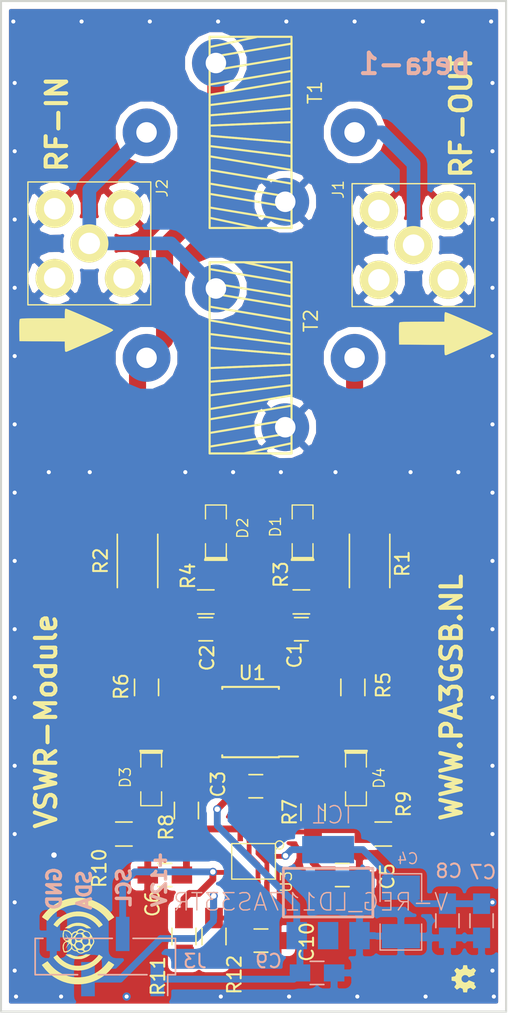
<source format=kicad_pcb>
(kicad_pcb (version 20241229) (generator "pcbnew") (generator_version "9.0")
  (layers (0 "F.Cu" signal) (2 "B.Cu" signal) (13 "F.Paste" user) (15 "B.Paste" user) (5 "F.SilkS" user) (7 "B.SilkS" user) (1 "F.Mask" user) (3 "B.Mask" user) (25 "Edge.Cuts" user))
  (net 0 "")
  (net 1 "Net-(C1-Pad1)")
  (net 2 "GND")
  (net 3 "Net-(C2-Pad2)")
  (net 4 "+12V")
  (net 5 "+3V3")
  (net 6 "Net-(C5-Pad1)")
  (net 7 "Net-(C6-Pad2)")
  (net 8 "Net-(D1-Pad1)")
  (net 9 "Net-(D2-Pad1)")
  (net 10 "Net-(D3-Pad1)")
  (net 11 "Net-(D3-Pad2)")
  (net 12 "Net-(D4-Pad1)")
  (net 13 "Net-(D4-Pad2)")
  (net 14 "Net-(J1-Pad1)")
  (net 15 "Net-(J2-Pad1)")
  (net 16 "SDA")
  (net 17 "SCL")
  (footprint "Capacitors_SMD:C_0805_HandSoldering" (layer "F.Cu") (at 130.72 89.72 180)
    (property "Reference" "C1" (at 0.5 -1.9 270) (layer "F.SilkS"))
    (property "Value" "100nF")
    (pad "1" smd rect (at -1.25 0 180) (size 1.5 1.25) (layers "F.Cu" "F.Mask" "F.Paste") (net 1 "Net-(C1-Pad1)"))
    (pad "2" smd rect (at 1.25 0 180) (size 1.5 1.25) (layers "F.Cu" "F.Mask" "F.Paste") (net 2 "GND"))
  )
  (footprint "Capacitors_SMD:C_0805_HandSoldering" (layer "F.Cu") (at 123.72 89.72 180)
    (property "Reference" "C2" (at -0.1 -2.1 270) (layer "F.SilkS"))
    (property "Value" "100nF")
    (pad "1" smd rect (at -1.25 0 180) (size 1.5 1.25) (layers "F.Cu" "F.Mask" "F.Paste") (net 2 "GND"))
    (pad "2" smd rect (at 1.25 0 180) (size 1.5 1.25) (layers "F.Cu" "F.Mask" "F.Paste") (net 3 "Net-(C2-Pad2)"))
  )
  (footprint "Capacitors_SMD:C_0805_HandSoldering" (layer "F.Cu") (at 127.381 101.219 180)
    (property "Reference" "C3" (at 2.761 0.149 270) (layer "F.SilkS"))
    (property "Value" "100nF")
    (pad "1" smd rect (at -1.25 0 180) (size 1.5 1.25) (layers "F.Cu" "F.Mask" "F.Paste") (net 2 "GND"))
    (pad "2" smd rect (at 1.25 0 180) (size 1.5 1.25) (layers "F.Cu" "F.Mask" "F.Paste") (net 4 "+12V"))
  )
  (footprint "Capacitors_SMD:C_0805_HandSoldering" (layer "F.Cu") (at 133.72 107.72)
    (property "Reference" "C5" (at 3.3 0.1 90) (layer "F.SilkS"))
    (property "Value" "10nF")
    (pad "1" smd rect (at -1.25 0) (size 1.5 1.25) (layers "F.Cu" "F.Mask" "F.Paste") (net 6 "Net-(C5-Pad1)"))
    (pad "2" smd rect (at 1.25 0) (size 1.5 1.25) (layers "F.Cu" "F.Mask" "F.Paste") (net 2 "GND"))
  )
  (footprint "Capacitors_SMD:C_0805_HandSoldering" (layer "F.Cu") (at 120.72 107.72)
    (property "Reference" "C6" (at -0.9 2.1 90) (layer "F.SilkS"))
    (property "Value" "10nF")
    (pad "1" smd rect (at -1.25 0) (size 1.5 1.25) (layers "F.Cu" "F.Mask" "F.Paste") (net 2 "GND"))
    (pad "2" smd rect (at 1.25 0) (size 1.5 1.25) (layers "F.Cu" "F.Mask" "F.Paste") (net 7 "Net-(C6-Pad2)"))
  )
  (footprint "Capacitors_SMD:C_0805_HandSoldering" (layer "F.Cu") (at 127.762 112.522 180)
    (property "Reference" "C10" (at -3.358 -0.098 270) (layer "F.SilkS"))
    (property "Value" "100nF")
    (pad "1" smd rect (at -1.25 0 180) (size 1.5 1.25) (layers "F.Cu" "F.Mask" "F.Paste") (net 2 "GND"))
    (pad "2" smd rect (at 1.25 0 180) (size 1.5 1.25) (layers "F.Cu" "F.Mask" "F.Paste") (net 5 "+3V3"))
  )
  (footprint "HERMESLITE:1N5711WS" (layer "F.Cu") (at 130.81 82.55 -90)
    (property "Reference" "D1" (at -0.33 1.99 270) (layer "F.SilkS") (effects (font (size 0.8 0.8) (thickness 0.1))))
    (property "Value" "1N5711W-7-F" (hide yes))
    (pad "1" smd rect (at -1.2 0 270) (size 1.35 1.397) (layers "F.Cu" "F.Mask" "F.Paste") (net 8 "Net-(D1-Pad1)"))
    (pad "2" smd rect (at 1.2 0 270) (size 1.35 1.397) (layers "F.Cu" "F.Mask" "F.Paste") (net 1 "Net-(C1-Pad1)"))
  )
  (footprint "HERMESLITE:1N5711WS" (layer "F.Cu") (at 124.46 82.55 -90)
    (property "Reference" "D2" (at -0.23 -1.96 270) (layer "F.SilkS") (effects (font (size 0.8 0.8) (thickness 0.1))))
    (property "Value" "1N5711W-7-F" (hide yes))
    (pad "1" smd rect (at -1.2 0 270) (size 1.35 1.397) (layers "F.Cu" "F.Mask" "F.Paste") (net 9 "Net-(D2-Pad1)"))
    (pad "2" smd rect (at 1.2 0 270) (size 1.35 1.397) (layers "F.Cu" "F.Mask" "F.Paste") (net 3 "Net-(C2-Pad2)"))
  )
  (footprint "HERMESLITE:1N5711WS" (layer "F.Cu") (at 119.72 100.72 90)
    (property "Reference" "D3" (at 0.15 -1.9 90) (layer "F.SilkS") (effects (font (size 0.8 0.8) (thickness 0.1))))
    (property "Value" "1N5711W-7-F" (hide yes))
    (pad "1" smd rect (at -1.2 0 90) (size 1.35 1.397) (layers "F.Cu" "F.Mask" "F.Paste") (net 10 "Net-(D3-Pad1)"))
    (pad "2" smd rect (at 1.2 0 90) (size 1.35 1.397) (layers "F.Cu" "F.Mask" "F.Paste") (net 11 "Net-(D3-Pad2)"))
  )
  (footprint "HERMESLITE:1N5711WS" (layer "F.Cu") (at 134.72 100.72 90)
    (property "Reference" "D4" (at 0.1 1.7 90) (layer "F.SilkS") (effects (font (size 0.8 0.8) (thickness 0.1))))
    (property "Value" "1N5711W-7-F" (hide yes))
    (pad "1" smd rect (at -1.2 0 90) (size 1.35 1.397) (layers "F.Cu" "F.Mask" "F.Paste") (net 12 "Net-(D4-Pad1)"))
    (pad "2" smd rect (at 1.2 0 90) (size 1.35 1.397) (layers "F.Cu" "F.Mask" "F.Paste") (net 13 "Net-(D4-Pad2)"))
  )
  (footprint "HERMESLITE:SMAVERT" (layer "F.Cu") (at 138.938 61.595)
    (property "Reference" "J1" (at -5.518 -4.075 90) (layer "F.SilkS") (effects (font (size 0.8 0.8) (thickness 0.1))))
    (property "Value" "CONN_COAXIAL")
    (pad "1" thru_hole circle (at 0 0) (size 2.8 2.8) (drill 1.57) (layers "*.Cu" "*.Mask" "F.SilkS") (net 14 "Net-(J1-Pad1)"))
    (pad "2" thru_hole circle (at -2.54 -2.54) (size 2.8 2.8) (drill 1.57) (layers "*.Cu" "*.Mask" "F.SilkS") (net 2 "GND"))
    (pad "2" thru_hole circle (at -2.54 2.54) (size 2.8 2.8) (drill 1.57) (layers "*.Cu" "*.Mask" "F.SilkS") (net 2 "GND"))
    (pad "2" thru_hole circle (at 2.54 -2.54) (size 2.8 2.8) (drill 1.57) (layers "*.Cu" "*.Mask" "F.SilkS") (net 2 "GND"))
    (pad "2" thru_hole circle (at 2.54 2.54) (size 2.8 2.8) (drill 1.57) (layers "*.Cu" "*.Mask" "F.SilkS") (net 2 "GND"))
  )
  (footprint "HERMESLITE:SMAVERT" (layer "F.Cu") (at 115.189 61.468 -90)
    (property "Reference" "J2" (at -4.048 -5.331 90) (layer "F.SilkS") (effects (font (size 0.8 0.8) (thickness 0.1))))
    (property "Value" "CONN_COAXIAL")
    (pad "1" thru_hole circle (at 0 0 270) (size 2.8 2.8) (drill 1.57) (layers "*.Cu" "*.Mask" "F.SilkS") (net 15 "Net-(J2-Pad1)"))
    (pad "2" thru_hole circle (at -2.54 -2.54 270) (size 2.8 2.8) (drill 1.57) (layers "*.Cu" "*.Mask" "F.SilkS") (net 2 "GND"))
    (pad "2" thru_hole circle (at -2.54 2.54 270) (size 2.8 2.8) (drill 1.57) (layers "*.Cu" "*.Mask" "F.SilkS") (net 2 "GND"))
    (pad "2" thru_hole circle (at 2.54 -2.54 270) (size 2.8 2.8) (drill 1.57) (layers "*.Cu" "*.Mask" "F.SilkS") (net 2 "GND"))
    (pad "2" thru_hole circle (at 2.54 2.54 270) (size 2.8 2.8) (drill 1.57) (layers "*.Cu" "*.Mask" "F.SilkS") (net 2 "GND"))
  )
  (footprint "Resistors_SMD:R_2010_HandSoldering" (layer "F.Cu") (at 135.72 84.72 90)
    (property "Reference" "R1" (at -0.2 2.4 90) (layer "F.SilkS"))
    (property "Value" "51.1")
    (pad "1" smd rect (at -3.15 0 90) (size 2.4 2.5) (layers "F.Cu" "F.Mask" "F.Paste") (net 2 "GND"))
    (pad "2" smd rect (at 3.15 0 90) (size 2.4 2.5) (layers "F.Cu" "F.Mask" "F.Paste") (net 8 "Net-(D1-Pad1)"))
  )
  (footprint "Resistors_SMD:R_2010_HandSoldering" (layer "F.Cu") (at 118.72 84.72 -90)
    (property "Reference" "R2" (at 0 2.7 90) (layer "F.SilkS"))
    (property "Value" "51.1")
    (pad "1" smd rect (at -3.15 0 270) (size 2.4 2.5) (layers "F.Cu" "F.Mask" "F.Paste") (net 9 "Net-(D2-Pad1)"))
    (pad "2" smd rect (at 3.15 0 270) (size 2.4 2.5) (layers "F.Cu" "F.Mask" "F.Paste") (net 2 "GND"))
  )
  (footprint "Resistors_SMD:R_0805_HandSoldering" (layer "F.Cu") (at 130.72 87.72 180)
    (property "Reference" "R3" (at 1.5 2 270) (layer "F.SilkS"))
    (property "Value" "100K")
    (pad "1" smd rect (at -1.35 0 180) (size 1.5 1.3) (layers "F.Cu" "F.Mask" "F.Paste") (net 1 "Net-(C1-Pad1)"))
    (pad "2" smd rect (at 1.35 0 180) (size 1.5 1.3) (layers "F.Cu" "F.Mask" "F.Paste") (net 2 "GND"))
  )
  (footprint "Resistors_SMD:R_0805_HandSoldering" (layer "F.Cu") (at 123.72 87.72 180)
    (property "Reference" "R4" (at 1.3 1.9 270) (layer "F.SilkS"))
    (property "Value" "100K")
    (pad "1" smd rect (at -1.35 0 180) (size 1.5 1.3) (layers "F.Cu" "F.Mask" "F.Paste") (net 2 "GND"))
    (pad "2" smd rect (at 1.35 0 180) (size 1.5 1.3) (layers "F.Cu" "F.Mask" "F.Paste") (net 3 "Net-(C2-Pad2)"))
  )
  (footprint "Resistors_SMD:R_0805_HandSoldering" (layer "F.Cu") (at 134.493 93.98 -90)
    (property "Reference" "R5" (at -0.16 -2.227 270) (layer "F.SilkS"))
    (property "Value" "220K")
    (pad "1" smd rect (at -1.35 0 270) (size 1.5 1.3) (layers "F.Cu" "F.Mask" "F.Paste") (net 2 "GND"))
    (pad "2" smd rect (at 1.35 0 270) (size 1.5 1.3) (layers "F.Cu" "F.Mask" "F.Paste") (net 13 "Net-(D4-Pad2)"))
  )
  (footprint "Resistors_SMD:R_0805_HandSoldering" (layer "F.Cu") (at 119.38 93.98 -90)
    (property "Reference" "R6" (at -0.06 1.86 270) (layer "F.SilkS"))
    (property "Value" "220K")
    (pad "1" smd rect (at -1.35 0 270) (size 1.5 1.3) (layers "F.Cu" "F.Mask" "F.Paste") (net 2 "GND"))
    (pad "2" smd rect (at 1.35 0 270) (size 1.5 1.3) (layers "F.Cu" "F.Mask" "F.Paste") (net 11 "Net-(D3-Pad2)"))
  )
  (footprint "Resistors_SMD:R_0805_HandSoldering" (layer "F.Cu") (at 131.572 103.124 90)
    (property "Reference" "R7" (at 0 -1.7 90) (layer "F.SilkS"))
    (property "Value" "1K")
    (pad "1" smd rect (at -1.35 0 90) (size 1.5 1.3) (layers "F.Cu" "F.Mask" "F.Paste") (net 6 "Net-(C5-Pad1)"))
    (pad "2" smd rect (at 1.35 0 90) (size 1.5 1.3) (layers "F.Cu" "F.Mask" "F.Paste") (net 12 "Net-(D4-Pad1)"))
  )
  (footprint "Resistors_SMD:R_0805_HandSoldering" (layer "F.Cu") (at 122.301 102.997 90)
    (property "Reference" "R8" (at -1.223 -1.481 90) (layer "F.SilkS"))
    (property "Value" "1K")
    (pad "1" smd rect (at -1.35 0 90) (size 1.5 1.3) (layers "F.Cu" "F.Mask" "F.Paste") (net 7 "Net-(C6-Pad2)"))
    (pad "2" smd rect (at 1.35 0 90) (size 1.5 1.3) (layers "F.Cu" "F.Mask" "F.Paste") (net 10 "Net-(D3-Pad1)"))
  )
  (footprint "Resistors_SMD:R_0805_HandSoldering" (layer "F.Cu") (at 136.72 104.72)
    (property "Reference" "R9" (at 1.5 -2.2 90) (layer "F.SilkS"))
    (property "Value" "1K8")
    (pad "1" smd rect (at -1.35 0) (size 1.5 1.3) (layers "F.Cu" "F.Mask" "F.Paste") (net 6 "Net-(C5-Pad1)"))
    (pad "2" smd rect (at 1.35 0) (size 1.5 1.3) (layers "F.Cu" "F.Mask" "F.Paste") (net 2 "GND"))
  )
  (footprint "Resistors_SMD:R_0805_HandSoldering" (layer "F.Cu") (at 117.72 104.72)
    (property "Reference" "R10" (at -1.8 2.5 90) (layer "F.SilkS"))
    (property "Value" "1K8")
    (pad "1" smd rect (at -1.35 0) (size 1.5 1.3) (layers "F.Cu" "F.Mask" "F.Paste") (net 2 "GND"))
    (pad "2" smd rect (at 1.35 0) (size 1.5 1.3) (layers "F.Cu" "F.Mask" "F.Paste") (net 7 "Net-(C6-Pad2)"))
  )
  (footprint "Resistors_SMD:R_0805_HandSoldering" (layer "F.Cu") (at 122.12 112.22 90)
    (property "Reference" "R11" (at -2.9 -1.9 90) (layer "F.SilkS"))
    (property "Value" "4K7")
    (pad "1" smd rect (at -1.35 0 90) (size 1.5 1.3) (layers "F.Cu" "F.Mask" "F.Paste") (net 5 "+3V3"))
    (pad "2" smd rect (at 1.35 0 90) (size 1.5 1.3) (layers "F.Cu" "F.Mask" "F.Paste") (net 17 "SCL"))
  )
  (footprint "Resistors_SMD:R_0805_HandSoldering" (layer "F.Cu") (at 124.32 112.22 90)
    (property "Reference" "R12" (at -2.8 1.5 90) (layer "F.SilkS"))
    (property "Value" "4K7")
    (pad "1" smd rect (at -1.35 0 90) (size 1.5 1.3) (layers "F.Cu" "F.Mask" "F.Paste") (net 5 "+3V3"))
    (pad "2" smd rect (at 1.35 0 90) (size 1.5 1.3) (layers "F.Cu" "F.Mask" "F.Paste") (net 16 "SDA"))
  )
  (footprint "Housings_SOIC:SOIC-8_3.9x4.9mm_Pitch1.27mm" (layer "F.Cu") (at 127 96.52 180)
    (property "Reference" "U1" (at -0.12 3.6 180) (layer "F.SilkS"))
    (property "Value" "LMC6482")
    (pad "1" smd rect (at -2.7 -1.905 180) (size 1.55 0.6) (layers "F.Cu" "F.Mask" "F.Paste") (net 12 "Net-(D4-Pad1)"))
    (pad "2" smd rect (at -2.7 -0.635 180) (size 1.55 0.6) (layers "F.Cu" "F.Mask" "F.Paste") (net 13 "Net-(D4-Pad2)"))
    (pad "3" smd rect (at -2.7 0.635 180) (size 1.55 0.6) (layers "F.Cu" "F.Mask" "F.Paste") (net 1 "Net-(C1-Pad1)"))
    (pad "4" smd rect (at -2.7 1.905 180) (size 1.55 0.6) (layers "F.Cu" "F.Mask" "F.Paste") (net 2 "GND"))
    (pad "5" smd rect (at 2.7 1.905 180) (size 1.55 0.6) (layers "F.Cu" "F.Mask" "F.Paste") (net 3 "Net-(C2-Pad2)"))
    (pad "6" smd rect (at 2.7 0.635 180) (size 1.55 0.6) (layers "F.Cu" "F.Mask" "F.Paste") (net 11 "Net-(D3-Pad2)"))
    (pad "7" smd rect (at 2.7 -0.635 180) (size 1.55 0.6) (layers "F.Cu" "F.Mask" "F.Paste") (net 10 "Net-(D3-Pad1)"))
    (pad "8" smd rect (at 2.7 -1.905 180) (size 1.55 0.6) (layers "F.Cu" "F.Mask" "F.Paste") (net 4 "+12V"))
  )
  (footprint "HERMESLITE:MAX11613" (layer "F.Cu") (at 127.22 106.72 180)
    (property "Reference" "U3" (at -2.4 -1.5 270) (layer "F.SilkS") (effects (font (size 0.8 0.8) (thickness 0.1))))
    (property "Value" "MAX11613")
    (pad "1" smd rect (at -0.975 2.15 180) (size 0.4 1.35) (layers "F.Cu" "F.Mask" "F.Paste") (net 6 "Net-(C5-Pad1)"))
    (pad "2" smd rect (at -0.325 2.15 180) (size 0.4 1.35) (layers "F.Cu" "F.Mask" "F.Paste") (net 5 "+3V3"))
    (pad "3" smd rect (at 0.325 2.15 180) (size 0.4 1.35) (layers "F.Cu" "F.Mask" "F.Paste") (net 2 "GND"))
    (pad "4" smd rect (at 0.975 2.15 180) (size 0.4 1.35) (layers "F.Cu" "F.Mask" "F.Paste") (net 7 "Net-(C6-Pad2)"))
    (pad "5" smd rect (at 0.975 -2.15 180) (size 0.4 1.35) (layers "F.Cu" "F.Mask" "F.Paste") (net 17 "SCL"))
    (pad "6" smd rect (at 0.325 -2.15 180) (size 0.4 1.35) (layers "F.Cu" "F.Mask" "F.Paste") (net 16 "SDA"))
    (pad "7" smd rect (at -0.325 -2.15 180) (size 0.4 1.35) (layers "F.Cu" "F.Mask" "F.Paste") (net 2 "GND"))
    (pad "8" smd rect (at -0.975 -2.15 180) (size 0.4 1.35) (layers "F.Cu" "F.Mask" "F.Paste") (net 5 "+3V3"))
  )
  (footprint "VSWR:T50-43_V_THT" (layer "F.Cu") (at 127 53.34 90)
    (property "Reference" "T1" (at 2.92 4.72 270) (layer "F.SilkS") (effects (font (thickness 0.125))))
    (property "Value" "FT50-43")
    (pad "1" thru_hole circle (at 0 -7.62 90) (size 3.5 3.5) (drill 1.5) (layers "*.Cu" "*.Mask") (net 15 "Net-(J2-Pad1)"))
    (pad "2" thru_hole circle (at 0 7.62 90) (size 3.5 3.5) (drill 1.5) (layers "*.Cu" "*.Mask") (net 14 "Net-(J1-Pad1)"))
    (pad "3" thru_hole circle (at -5.08 2.54 90) (size 3.5 3.5) (drill 1.5) (layers "*.Cu" "*.Mask") (net 2 "GND"))
    (pad "4" thru_hole circle (at 5.08 -2.54 90) (size 3.5 3.5) (drill 1.5) (layers "*.Cu" "*.Mask") (net 9 "Net-(D2-Pad1)"))
  )
  (footprint "VSWR:T50-43_V_THT" (layer "F.Cu") (at 127 69.85 -90)
    (property "Reference" "T2" (at -2.73 -4.42 90) (layer "F.SilkS") (effects (font (thickness 0.125))))
    (property "Value" "FT50-43")
    (pad "1" thru_hole circle (at 0 -7.62 270) (size 3.5 3.5) (drill 1.5) (layers "*.Cu" "*.Mask") (net 8 "Net-(D1-Pad1)"))
    (pad "2" thru_hole circle (at 0 7.62 270) (size 3.5 3.5) (drill 1.5) (layers "*.Cu" "*.Mask") (net 9 "Net-(D2-Pad1)"))
    (pad "3" thru_hole circle (at -5.08 2.54 270) (size 3.5 3.5) (drill 1.5) (layers "*.Cu" "*.Mask") (net 15 "Net-(J2-Pad1)"))
    (pad "4" thru_hole circle (at 5.08 -2.54 270) (size 3.5 3.5) (drill 1.5) (layers "*.Cu" "*.Mask") (net 2 "GND"))
  )
  (footprint "HERMESLITE:OSHW-logo_silkscreen-front_2mm" (layer "F.Cu") (at 142.62 115.32 90)
    (property "Reference" "G***" (hide yes))
    (property "Value" "OSHW-logo_silkscreen-front_2mm" (hide yes))
  )
  (footprint "mods:rpi-logo" (layer "F.Cu") (at 114.33 112.55 90)
    (property "Reference" "G***" (hide yes))
    (property "Value" "LOGO" (hide yes))
  )
  (footprint "VSWR:VIA-0.6mm" (layer "F.Cu") (at 109.62 45.22)
    (property "Reference" "REF**" (hide yes))
    (property "Value" "VIA-0.6mm" (hide yes))
    (pad "1" thru_hole circle (at 0 0) (size 0.6 0.6) (drill 0.3) (layers "*.Cu") (net 2 "GND"))
  )
  (footprint "VSWR:VIA-0.6mm" (layer "F.Cu") (at 114.62 45.22)
    (property "Reference" "REF**" (hide yes))
    (property "Value" "VIA-0.6mm" (hide yes))
    (pad "1" thru_hole circle (at 0 0) (size 0.6 0.6) (drill 0.3) (layers "*.Cu") (net 2 "GND"))
  )
  (footprint "VSWR:VIA-0.6mm" (layer "F.Cu") (at 119.62 45.22)
    (property "Reference" "REF**" (hide yes))
    (property "Value" "VIA-0.6mm" (hide yes))
    (pad "1" thru_hole circle (at 0 0) (size 0.6 0.6) (drill 0.3) (layers "*.Cu") (net 2 "GND"))
  )
  (footprint "VSWR:VIA-0.6mm" (layer "F.Cu") (at 124.62 45.22)
    (property "Reference" "REF**" (hide yes))
    (property "Value" "VIA-0.6mm" (hide yes))
    (pad "1" thru_hole circle (at 0 0) (size 0.6 0.6) (drill 0.3) (layers "*.Cu") (net 2 "GND"))
  )
  (footprint "VSWR:VIA-0.6mm" (layer "F.Cu") (at 129.62 45.22)
    (property "Reference" "REF**" (hide yes))
    (property "Value" "VIA-0.6mm" (hide yes))
    (pad "1" thru_hole circle (at 0 0) (size 0.6 0.6) (drill 0.3) (layers "*.Cu") (net 2 "GND"))
  )
  (footprint "VSWR:VIA-0.6mm" (layer "F.Cu") (at 134.62 45.22)
    (property "Reference" "REF**" (hide yes))
    (property "Value" "VIA-0.6mm" (hide yes))
    (pad "1" thru_hole circle (at 0 0) (size 0.6 0.6) (drill 0.3) (layers "*.Cu") (net 2 "GND"))
  )
  (footprint "VSWR:VIA-0.6mm" (layer "F.Cu") (at 139.62 45.22)
    (property "Reference" "REF**" (hide yes))
    (property "Value" "VIA-0.6mm" (hide yes))
    (pad "1" thru_hole circle (at 0 0) (size 0.6 0.6) (drill 0.3) (layers "*.Cu") (net 2 "GND"))
  )
  (footprint "VSWR:VIA-0.6mm" (layer "F.Cu") (at 144.62 45.22)
    (property "Reference" "REF**" (hide yes))
    (property "Value" "VIA-0.6mm" (hide yes))
    (pad "1" thru_hole circle (at 0 0) (size 0.6 0.6) (drill 0.3) (layers "*.Cu") (net 2 "GND"))
  )
  (footprint "VSWR:VIA-0.6mm" (layer "F.Cu") (at 109.72 49.72)
    (property "Reference" "REF**" (hide yes))
    (property "Value" "VIA-0.6mm" (hide yes))
    (pad "1" thru_hole circle (at 0 0) (size 0.6 0.6) (drill 0.3) (layers "*.Cu"))
  )
  (footprint "VSWR:VIA-0.6mm" (layer "F.Cu") (at 109.72 54.72)
    (property "Reference" "REF**" (hide yes))
    (property "Value" "VIA-0.6mm" (hide yes))
    (pad "1" thru_hole circle (at 0 0) (size 0.6 0.6) (drill 0.3) (layers "*.Cu"))
  )
  (footprint "VSWR:VIA-0.6mm" (layer "F.Cu") (at 109.72 59.72)
    (property "Reference" "REF**" (hide yes))
    (property "Value" "VIA-0.6mm" (hide yes))
    (pad "1" thru_hole circle (at 0 0) (size 0.6 0.6) (drill 0.3) (layers "*.Cu"))
  )
  (footprint "VSWR:VIA-0.6mm" (layer "F.Cu") (at 109.72 64.72)
    (property "Reference" "REF**" (hide yes))
    (property "Value" "VIA-0.6mm" (hide yes))
    (pad "1" thru_hole circle (at 0 0) (size 0.6 0.6) (drill 0.3) (layers "*.Cu"))
  )
  (footprint "VSWR:VIA-0.6mm" (layer "F.Cu") (at 109.72 69.72)
    (property "Reference" "REF**" (hide yes))
    (property "Value" "VIA-0.6mm" (hide yes))
    (pad "1" thru_hole circle (at 0 0) (size 0.6 0.6) (drill 0.3) (layers "*.Cu"))
  )
  (footprint "VSWR:VIA-0.6mm" (layer "F.Cu") (at 109.72 74.72)
    (property "Reference" "REF**" (hide yes))
    (property "Value" "VIA-0.6mm" (hide yes))
    (pad "1" thru_hole circle (at 0 0) (size 0.6 0.6) (drill 0.3) (layers "*.Cu"))
  )
  (footprint "VSWR:VIA-0.6mm" (layer "F.Cu") (at 109.72 79.72)
    (property "Reference" "REF**" (hide yes))
    (property "Value" "VIA-0.6mm" (hide yes))
    (pad "1" thru_hole circle (at 0 0) (size 0.6 0.6) (drill 0.3) (layers "*.Cu"))
  )
  (footprint "VSWR:VIA-0.6mm" (layer "F.Cu") (at 109.72 84.72)
    (property "Reference" "REF**" (hide yes))
    (property "Value" "VIA-0.6mm" (hide yes))
    (pad "1" thru_hole circle (at 0 0) (size 0.6 0.6) (drill 0.3) (layers "*.Cu"))
  )
  (footprint "VSWR:VIA-0.6mm" (layer "F.Cu") (at 109.72 89.72)
    (property "Reference" "REF**" (hide yes))
    (property "Value" "VIA-0.6mm" (hide yes))
    (pad "1" thru_hole circle (at 0 0) (size 0.6 0.6) (drill 0.3) (layers "*.Cu"))
  )
  (footprint "VSWR:VIA-0.6mm" (layer "F.Cu") (at 109.72 94.72)
    (property "Reference" "REF**" (hide yes))
    (property "Value" "VIA-0.6mm" (hide yes))
    (pad "1" thru_hole circle (at 0 0) (size 0.6 0.6) (drill 0.3) (layers "*.Cu"))
  )
  (footprint "VSWR:VIA-0.6mm" (layer "F.Cu") (at 109.72 99.72)
    (property "Reference" "REF**" (hide yes))
    (property "Value" "VIA-0.6mm" (hide yes))
    (pad "1" thru_hole circle (at 0 0) (size 0.6 0.6) (drill 0.3) (layers "*.Cu"))
  )
  (footprint "VSWR:VIA-0.6mm" (layer "F.Cu") (at 109.72 104.72)
    (property "Reference" "REF**" (hide yes))
    (property "Value" "VIA-0.6mm" (hide yes))
    (pad "1" thru_hole circle (at 0 0) (size 0.6 0.6) (drill 0.3) (layers "*.Cu"))
  )
  (footprint "VSWR:VIA-0.6mm" (layer "F.Cu") (at 109.72 109.72)
    (property "Reference" "REF**" (hide yes))
    (property "Value" "VIA-0.6mm" (hide yes))
    (pad "1" thru_hole circle (at 0 0) (size 0.6 0.6) (drill 0.3) (layers "*.Cu"))
  )
  (footprint "VSWR:VIA-0.6mm" (layer "F.Cu") (at 109.72 114.72)
    (property "Reference" "REF**" (hide yes))
    (property "Value" "VIA-0.6mm" (hide yes))
    (pad "1" thru_hole circle (at 0 0) (size 0.6 0.6) (drill 0.3) (layers "*.Cu"))
  )
  (footprint "VSWR:VIA-0.6mm" (layer "F.Cu") (at 144.72 49.72)
    (property "Reference" "REF**" (hide yes))
    (property "Value" "VIA-0.6mm" (hide yes))
    (pad "1" thru_hole circle (at 0 0) (size 0.6 0.6) (drill 0.3) (layers "*.Cu"))
  )
  (footprint "VSWR:VIA-0.6mm" (layer "F.Cu") (at 144.72 54.72)
    (property "Reference" "REF**" (hide yes))
    (property "Value" "VIA-0.6mm" (hide yes))
    (pad "1" thru_hole circle (at 0 0) (size 0.6 0.6) (drill 0.3) (layers "*.Cu"))
  )
  (footprint "VSWR:VIA-0.6mm" (layer "F.Cu") (at 144.72 59.72)
    (property "Reference" "REF**" (hide yes))
    (property "Value" "VIA-0.6mm" (hide yes))
    (pad "1" thru_hole circle (at 0 0) (size 0.6 0.6) (drill 0.3) (layers "*.Cu"))
  )
  (footprint "VSWR:VIA-0.6mm" (layer "F.Cu") (at 144.72 64.72)
    (property "Reference" "REF**" (hide yes))
    (property "Value" "VIA-0.6mm" (hide yes))
    (pad "1" thru_hole circle (at 0 0) (size 0.6 0.6) (drill 0.3) (layers "*.Cu"))
  )
  (footprint "VSWR:VIA-0.6mm" (layer "F.Cu") (at 144.72 69.72)
    (property "Reference" "REF**" (hide yes))
    (property "Value" "VIA-0.6mm" (hide yes))
    (pad "1" thru_hole circle (at 0 0) (size 0.6 0.6) (drill 0.3) (layers "*.Cu"))
  )
  (footprint "VSWR:VIA-0.6mm" (layer "F.Cu") (at 144.72 74.72)
    (property "Reference" "REF**" (hide yes))
    (property "Value" "VIA-0.6mm" (hide yes))
    (pad "1" thru_hole circle (at 0 0) (size 0.6 0.6) (drill 0.3) (layers "*.Cu"))
  )
  (footprint "VSWR:VIA-0.6mm" (layer "F.Cu") (at 144.72 79.72)
    (property "Reference" "REF**" (hide yes))
    (property "Value" "VIA-0.6mm" (hide yes))
    (pad "1" thru_hole circle (at 0 0) (size 0.6 0.6) (drill 0.3) (layers "*.Cu"))
  )
  (footprint "VSWR:VIA-0.6mm" (layer "F.Cu") (at 144.72 84.72)
    (property "Reference" "REF**" (hide yes))
    (property "Value" "VIA-0.6mm" (hide yes))
    (pad "1" thru_hole circle (at 0 0) (size 0.6 0.6) (drill 0.3) (layers "*.Cu"))
  )
  (footprint "VSWR:VIA-0.6mm" (layer "F.Cu") (at 144.72 89.72)
    (property "Reference" "REF**" (hide yes))
    (property "Value" "VIA-0.6mm" (hide yes))
    (pad "1" thru_hole circle (at 0 0) (size 0.6 0.6) (drill 0.3) (layers "*.Cu"))
  )
  (footprint "VSWR:VIA-0.6mm" (layer "F.Cu") (at 144.72 94.72)
    (property "Reference" "REF**" (hide yes))
    (property "Value" "VIA-0.6mm" (hide yes))
    (pad "1" thru_hole circle (at 0 0) (size 0.6 0.6) (drill 0.3) (layers "*.Cu"))
  )
  (footprint "VSWR:VIA-0.6mm" (layer "F.Cu") (at 144.72 99.72)
    (property "Reference" "REF**" (hide yes))
    (property "Value" "VIA-0.6mm" (hide yes))
    (pad "1" thru_hole circle (at 0 0) (size 0.6 0.6) (drill 0.3) (layers "*.Cu"))
  )
  (footprint "VSWR:VIA-0.6mm" (layer "F.Cu") (at 144.72 104.72)
    (property "Reference" "REF**" (hide yes))
    (property "Value" "VIA-0.6mm" (hide yes))
    (pad "1" thru_hole circle (at 0 0) (size 0.6 0.6) (drill 0.3) (layers "*.Cu"))
  )
  (footprint "VSWR:VIA-0.6mm" (layer "F.Cu") (at 144.72 109.72)
    (property "Reference" "REF**" (hide yes))
    (property "Value" "VIA-0.6mm" (hide yes))
    (pad "1" thru_hole circle (at 0 0) (size 0.6 0.6) (drill 0.3) (layers "*.Cu"))
  )
  (footprint "VSWR:VIA-0.6mm" (layer "F.Cu") (at 144.72 114.72)
    (property "Reference" "REF**" (hide yes))
    (property "Value" "VIA-0.6mm" (hide yes))
    (pad "1" thru_hole circle (at 0 0) (size 0.6 0.6) (drill 0.3) (layers "*.Cu"))
  )
  (footprint "VSWR:VIA-0.6mm" (layer "F.Cu") (at 109.82 116.62)
    (property "Reference" "REF**" (hide yes))
    (property "Value" "VIA-0.6mm" (hide yes))
    (pad "1" thru_hole circle (at 0 0) (size 0.6 0.6) (drill 0.3) (layers "*.Cu") (net 2 "GND"))
  )
  (footprint "VSWR:VIA-0.6mm" (layer "F.Cu") (at 113.12 116.62)
    (property "Reference" "REF**" (hide yes))
    (property "Value" "VIA-0.6mm" (hide yes))
    (pad "1" thru_hole circle (at 0 0) (size 0.6 0.6) (drill 0.3) (layers "*.Cu") (net 2 "GND"))
  )
  (footprint "VSWR:VIA-0.6mm" (layer "F.Cu") (at 117.92 116.62)
    (property "Reference" "REF**" (hide yes))
    (property "Value" "VIA-0.6mm" (hide yes))
    (pad "1" thru_hole circle (at 0 0) (size 0.6 0.6) (drill 0.3) (layers "*.Cu") (net 2 "GND"))
  )
  (footprint "VSWR:VIA-0.6mm" (layer "F.Cu") (at 124.82 116.62)
    (property "Reference" "REF**" (hide yes))
    (property "Value" "VIA-0.6mm" (hide yes))
    (pad "1" thru_hole circle (at 0 0) (size 0.6 0.6) (drill 0.3) (layers "*.Cu") (net 2 "GND"))
  )
  (footprint "VSWR:VIA-0.6mm" (layer "F.Cu") (at 129.82 116.62)
    (property "Reference" "REF**" (hide yes))
    (property "Value" "VIA-0.6mm" (hide yes))
    (pad "1" thru_hole circle (at 0 0) (size 0.6 0.6) (drill 0.3) (layers "*.Cu") (net 2 "GND"))
  )
  (footprint "VSWR:VIA-0.6mm" (layer "F.Cu") (at 134.82 116.62)
    (property "Reference" "REF**" (hide yes))
    (property "Value" "VIA-0.6mm" (hide yes))
    (pad "1" thru_hole circle (at 0 0) (size 0.6 0.6) (drill 0.3) (layers "*.Cu") (net 2 "GND"))
  )
  (footprint "VSWR:VIA-0.6mm" (layer "F.Cu") (at 139.82 116.62)
    (property "Reference" "REF**" (hide yes))
    (property "Value" "VIA-0.6mm" (hide yes))
    (pad "1" thru_hole circle (at 0 0) (size 0.6 0.6) (drill 0.3) (layers "*.Cu") (net 2 "GND"))
  )
  (footprint "VSWR:VIA-0.6mm" (layer "F.Cu") (at 144.82 116.62)
    (property "Reference" "REF**" (hide yes))
    (property "Value" "VIA-0.6mm" (hide yes))
    (pad "1" thru_hole circle (at 0 0) (size 0.6 0.6) (drill 0.3) (layers "*.Cu") (net 2 "GND"))
  )
  (footprint "VSWR:VIA-0.6mm" (layer "F.Cu") (at 112.22 78.22)
    (property "Reference" "REF**" (hide yes))
    (property "Value" "VIA-0.6mm" (hide yes))
    (pad "1" thru_hole circle (at 0 0) (size 0.6 0.6) (drill 0.3) (layers "*.Cu"))
  )
  (footprint "VSWR:VIA-0.6mm" (layer "F.Cu") (at 115.22 78.22)
    (property "Reference" "REF**" (hide yes))
    (property "Value" "VIA-0.6mm" (hide yes))
    (pad "1" thru_hole circle (at 0 0) (size 0.6 0.6) (drill 0.3) (layers "*.Cu"))
  )
  (footprint "VSWR:VIA-0.6mm" (layer "F.Cu") (at 122.22 78.22)
    (property "Reference" "REF**" (hide yes))
    (property "Value" "VIA-0.6mm" (hide yes))
    (pad "1" thru_hole circle (at 0 0) (size 0.6 0.6) (drill 0.3) (layers "*.Cu"))
  )
  (footprint "VSWR:VIA-0.6mm" (layer "F.Cu") (at 125.72 78.22)
    (property "Reference" "REF**" (hide yes))
    (property "Value" "VIA-0.6mm" (hide yes))
    (pad "1" thru_hole circle (at 0 0) (size 0.6 0.6) (drill 0.3) (layers "*.Cu"))
  )
  (footprint "VSWR:VIA-0.6mm" (layer "F.Cu") (at 129.22 78.22)
    (property "Reference" "REF**" (hide yes))
    (property "Value" "VIA-0.6mm" (hide yes))
    (pad "1" thru_hole circle (at 0 0) (size 0.6 0.6) (drill 0.3) (layers "*.Cu"))
  )
  (footprint "VSWR:VIA-0.6mm" (layer "F.Cu") (at 133.22 78.22)
    (property "Reference" "REF**" (hide yes))
    (property "Value" "VIA-0.6mm" (hide yes))
    (pad "1" thru_hole circle (at 0 0) (size 0.6 0.6) (drill 0.3) (layers "*.Cu"))
  )
  (footprint "VSWR:VIA-0.6mm" (layer "F.Cu") (at 138.72 78.22)
    (property "Reference" "REF**" (hide yes))
    (property "Value" "VIA-0.6mm" (hide yes))
    (pad "1" thru_hole circle (at 0 0) (size 0.6 0.6) (drill 0.3) (layers "*.Cu"))
  )
  (footprint "VSWR:VIA-0.6mm" (layer "F.Cu") (at 142.22 78.22)
    (property "Reference" "REF**" (hide yes))
    (property "Value" "VIA-0.6mm" (hide yes))
    (pad "1" thru_hole circle (at 0 0) (size 0.6 0.6) (drill 0.3) (layers "*.Cu"))
  )
  (footprint "mods:rpi-in-out" (layer "F.Cu") (at 113.31 67.97)
    (property "Reference" "G***" (hide yes))
    (property "Value" "LOGO" (hide yes))
  )
  (footprint "mods:rpi-in-out" (layer "F.Cu") (at 141.12 68.22)
    (property "Reference" "G***" (hide yes))
    (property "Value" "LOGO" (hide yes))
  )
  (footprint "HERMESLITE:SMD-1210" (layer "B.Cu") (at 138.01 110.42 -90)
    (property "Reference" "C4" (at -3.9 -0.51 0) (layer "B.SilkS") (effects (font (size 0.8 0.8) (thickness 0.1)) (justify mirror)))
    (property "Value" "CP" (hide yes))
    (pad "1" smd rect (at -1.778 0 270) (size 1.778 2.794) (layers "B.Cu" "B.Mask" "B.Paste") (net 5 "+3V3"))
    (pad "2" smd rect (at 1.778 0 270) (size 1.778 2.794) (layers "B.Cu" "B.Mask" "B.Paste") (net 2 "GND"))
  )
  (footprint "Capacitors_SMD:C_0805_HandSoldering" (layer "B.Cu") (at 143.92 111.07 -90)
    (property "Reference" "C7" (at -3.55 -0.1 0) (layer "B.SilkS") (effects (justify mirror)))
    (property "Value" "C")
    (pad "1" smd rect (at -1.25 0 270) (size 1.5 1.25) (layers "B.Cu" "B.Mask" "B.Paste") (net 5 "+3V3"))
    (pad "2" smd rect (at 1.25 0 270) (size 1.5 1.25) (layers "B.Cu" "B.Mask" "B.Paste") (net 2 "GND"))
  )
  (footprint "Capacitors_SMD:C_0805_HandSoldering" (layer "B.Cu") (at 141.42 111.07 -90)
    (property "Reference" "C8" (at -3.65 -0.1 0) (layer "B.SilkS") (effects (justify mirror)))
    (property "Value" "C")
    (pad "1" smd rect (at -1.25 0 270) (size 1.5 1.25) (layers "B.Cu" "B.Mask" "B.Paste") (net 5 "+3V3"))
    (pad "2" smd rect (at 1.25 0 270) (size 1.5 1.25) (layers "B.Cu" "B.Mask" "B.Paste") (net 2 "GND"))
  )
  (footprint "Capacitors_SMD:C_0805_HandSoldering" (layer "B.Cu") (at 131.87 114.89)
    (property "Reference" "C9" (at -3.55 -0.87 0) (layer "B.SilkS") (effects (justify mirror)))
    (property "Value" "C")
    (pad "1" smd rect (at -1.25 0) (size 1.5 1.25) (layers "B.Cu" "B.Mask" "B.Paste") (net 4 "+12V"))
    (pad "2" smd rect (at 1.25 0) (size 1.5 1.25) (layers "B.Cu" "B.Mask" "B.Paste") (net 2 "GND"))
  )
  (footprint "Pin_Headers:Pin_Header_Straight_1x04_Pitch2.54mm_SMD_Pin1Left" (layer "B.Cu") (at 116.36 113.69 90)
    (property "Reference" "J3" (at -0.33 6.56 180) (layer "B.SilkS") (effects (justify mirror)))
    (property "Value" "CONN_01X04")
    (pad "1" smd rect (at -1.655 3.81 90) (size 2.51 1) (layers "B.Cu" "B.Mask" "B.Paste") (net 4 "+12V"))
    (pad "2" smd rect (at 1.655 1.27 90) (size 2.51 1) (layers "B.Cu" "B.Mask" "B.Paste") (net 17 "SCL"))
    (pad "3" smd rect (at -1.655 -1.27 90) (size 2.51 1) (layers "B.Cu" "B.Mask" "B.Paste") (net 16 "SDA"))
    (pad "4" smd rect (at 1.655 -3.81 90) (size 2.51 1) (layers "B.Cu" "B.Mask" "B.Paste") (net 2 "GND"))
  )
  (footprint "V-REG_SOT223" (layer "B.Cu") (at 132.68 109.01 180)
    (property "Reference" "IC1" (at -0.24 5.69 180) (layer "B.SilkS") (effects (font (size 1.27 1.27) (thickness 0.1016)) (justify mirror)))
    (property "Value" "V-REG_LD117AS33TR" (at 1.27 -0.6858 180) (layer "B.SilkS") (effects (font (size 1.27 1.27) (thickness 0.1016)) (justify mirror)))
    (pad "1" smd rect (at -2.2987 -3.1496 180) (size 1.4986 1.99898) (layers "B.Cu" "B.Mask" "B.Paste") (net 2 "GND"))
    (pad "2" smd rect (at 0 -3.1496 180) (size 1.4986 1.99898) (layers "B.Cu" "B.Mask" "B.Paste"))
    (pad "3" smd rect (at 2.2987 -3.1496 180) (size 1.4986 1.99898) (layers "B.Cu" "B.Mask" "B.Paste") (net 4 "+12V"))
    (pad "4" smd rect (at 0 3.1496 180) (size 3.79984 1.99898) (layers "B.Cu" "B.Mask" "B.Paste") (net 5 "+3V3"))
  )
  (gr_line (start 145.72 116.72) (end 145.72 117.72) (stroke (width 0.15)) (layer "Edge.Cuts"))
  (gr_line (start 108.72 44.72) (end 108.72 116.72) (stroke (width 0.15)) (layer "Edge.Cuts"))
  (gr_line (start 108.72 43.72) (end 145.72 43.72) (stroke (width 0.15)) (layer "Edge.Cuts"))
  (gr_line (start 108.72 44.72) (end 108.72 43.72) (stroke (width 0.15)) (layer "Edge.Cuts"))
  (gr_line (start 145.72 44.72) (end 145.72 43.72) (stroke (width 0.15)) (layer "Edge.Cuts"))
  (gr_line (start 145.72 44.72) (end 145.72 116.72) (stroke (width 0.15)) (layer "Edge.Cuts"))
  (gr_line (start 108.72 116.72) (end 108.72 117.72) (stroke (width 0.15)) (layer "Edge.Cuts"))
  (gr_line (start 108.72 117.72) (end 145.72 117.72) (stroke (width 0.15)) (layer "Edge.Cuts"))
  (gr_text "gnd" (at 112.02 109.12 0) (layer "B.Cu") (effects (font (size 1.5 1.5) (thickness 0.3))))
  (gr_text "WWW.PA3GSB.NL" (at 141.72 94.72 90) (layer "F.SilkS") (effects (font (size 1.5 1.5) (thickness 0.3))))
  (gr_text "VSWR-Module  " (at 112.02 95.32 90) (layer "F.SilkS") (effects (font (size 1.5 1.5) (thickness 0.3))))
  (gr_text "RF-IN" (at 112.81 52.73 90) (layer "F.SilkS") (effects (font (size 1.5 1.5) (thickness 0.3))))
  (gr_text "RF-OUT" (at 142.42 52.18 90) (layer "F.SilkS") (effects (font (size 1.5 1.5) (thickness 0.3))))
  (gr_text "+12V" (at 120.32 108.02 90) (layer "B.SilkS") (effects (font (size 1 1) (thickness 0.25)) (justify mirror)))
  (gr_text "SCL" (at 117.72 108.62 90) (layer "B.SilkS") (effects (font (size 1 1) (thickness 0.25)) (justify mirror)))
  (gr_text "beta-1" (at 139.02 48.32 0) (layer "B.SilkS") (effects (font (size 1.5 1.5) (thickness 0.3)) (justify mirror)))
  (gr_text "GND" (at 112.62 108.72 90) (layer "B.SilkS") (effects (font (size 1 1) (thickness 0.25)) (justify mirror)))
  (gr_text "SDA" (at 114.82 108.82 90) (layer "B.SilkS") (effects (font (size 1 1) (thickness 0.25)) (justify mirror)))
  (segment (start 131.555 95.885) (end 131.97 95.47) (width 0.5) (layer "F.Cu") (net 1))
  (segment (start 131.97 95.47) (end 131.97 89.72) (width 0.5) (layer "F.Cu") (net 1))
  (segment (start 132.07 89.62) (end 131.97 89.72) (width 0.25) (layer "F.Cu") (net 1))
  (segment (start 130.81 83.81) (end 132.07 85.07) (width 1) (layer "F.Cu") (net 1))
  (segment (start 132.07 85.07) (end 132.07 87.72) (width 1) (layer "F.Cu") (net 1))
  (segment (start 129.7 95.885) (end 131.555 95.885) (width 0.5) (layer "F.Cu") (net 1))
  (segment (start 130.81 83.75) (end 130.81 83.81) (width 0.25) (layer "F.Cu") (net 1))
  (segment (start 132.07 87.72) (end 132.07 89.62) (width 1) (layer "F.Cu") (net 1))
  (segment (start 124.54 90.07) (end 124.44 90.17) (width 0.25) (layer "F.Cu") (net 2))
  (segment (start 124.97 87.82) (end 125.07 87.72) (width 0.25) (layer "F.Cu") (net 2))
  (segment (start 129.37 89.62) (end 129.47 89.72) (width 0.25) (layer "F.Cu") (net 2))
  (segment (start 126.895 106.295) (end 127.545 106.945) (width 0.35) (layer "F.Cu") (net 2))
  (segment (start 127.545 106.945) (end 127.545 108.87) (width 0.35) (layer "F.Cu") (net 2))
  (segment (start 114.14 104.72) (end 112.6 106.26) (width 0.5) (layer "F.Cu") (net 2))
  (segment (start 116.37 106.46) (end 117.63 107.72) (width 0.5) (layer "F.Cu") (net 2))
  (segment (start 117.63 107.72) (end 119.47 107.72) (width 0.5) (layer "F.Cu") (net 2))
  (segment (start 126.895 103.295) (end 127.57 102.62) (width 0.35) (layer "F.Cu") (net 2))
  (segment (start 127.57 102.62) (end 128.57 102.62) (width 0.35) (layer "F.Cu") (net 2))
  (segment (start 128.57 102.62) (end 128.94 102.25) (width 0.35) (layer "F.Cu") (net 2))
  (segment (start 128.94 102.25) (end 128.94 101.528) (width 0.35) (layer "F.Cu") (net 2))
  (segment (start 128.94 101.528) (end 128.631 101.219) (width 0.35) (layer "F.Cu") (net 2))
  (segment (start 116.37 104.72) (end 116.37 106.46) (width 0.5) (layer "F.Cu") (net 2))
  (segment (start 126.895 104.57) (end 126.895 103.295) (width 0.35) (layer "F.Cu") (net 2))
  (segment (start 129.37 87.72) (end 129.22 87.72) (width 0.25) (layer "F.Cu") (net 2))
  (segment (start 129.37 87.72) (end 129.37 89.62) (width 1) (layer "F.Cu") (net 2))
  (segment (start 124.97 89.72) (end 124.97 87.82) (width 1) (layer "F.Cu") (net 2))
  (segment (start 124.44 90.17) (end 124.46 90.17) (width 0.25) (layer "F.Cu") (net 2))
  (segment (start 116.37 104.72) (end 114.14 104.72) (width 0.5) (layer "F.Cu") (net 2))
  (segment (start 126.895 104.57) (end 126.895 106.295) (width 0.35) (layer "F.Cu") (net 2))
  (via (at 112.6 106.26) (size 0.6) (drill 0.4) (layers "F.Cu" "B.Cu") (net 2))
  (segment (start 135.763 58.42) (end 136.398 59.055) (width 0.25) (layer "B.Cu") (net 2))
  (segment (start 129.032 58.928) (end 129.54 58.42) (width 0.25) (layer "B.Cu") (net 2))
  (segment (start 141.42 112.32) (end 141.298 112.198) (width 0.25) (layer "B.Cu") (net 2))
  (segment (start 112.6 106.26) (end 112.55 106.31) (width 0.5) (layer "B.Cu") (net 2))
  (segment (start 112.55 106.31) (end 112.55 112.035) (width 0.5) (layer "B.Cu") (net 2))
  (segment (start 138.132 112.32) (end 138.01 112.198) (width 0.25) (layer "B.Cu") (net 2))
  (segment (start 143.92 112.32) (end 141.42 112.32) (width 0.5) (layer "B.Cu") (net 2))
  (segment (start 141.42 112.32) (end 138.132 112.32) (width 0.5) (layer "B.Cu") (net 2))
  (segment (start 123.99 83.75) (end 122.37 85.37) (width 1) (layer "F.Cu") (net 3))
  (segment (start 122.37 85.37) (end 122.37 86.08) (width 1) (layer "F.Cu") (net 3))
  (segment (start 122.37 89.62) (end 122.47 89.72) (width 0.25) (layer "F.Cu") (net 3))
  (segment (start 123.215 94.615) (end 122.47 93.87) (width 0.5) (layer "F.Cu") (net 3))
  (segment (start 122.47 93.87) (end 122.47 89.72) (width 0.5) (layer "F.Cu") (net 3))
  (segment (start 122.37 86.08) (end 122.37 87.72) (width 1) (layer "F.Cu") (net 3))
  (segment (start 124.3 94.615) (end 123.215 94.615) (width 0.5) (layer "F.Cu") (net 3))
  (segment (start 124.46 83.75) (end 123.99 83.75) (width 0.25) (layer "F.Cu") (net 3))
  (segment (start 122.37 87.72) (end 122.37 89.62) (width 1) (layer "F.Cu") (net 3))
  (segment (start 124.3 101) (end 124.519 101.219) (width 0.5) (layer "F.Cu") (net 4))
  (segment (start 124.519 101.219) (end 126.131 101.219) (width 0.5) (layer "F.Cu") (net 4))
  (segment (start 125.631 101.219) (end 126.131 101.219) (width 0.25) (layer "F.Cu") (net 4))
  (segment (start 124.56 102.9) (end 126.131 101.329) (width 0.5) (layer "F.Cu") (net 4))
  (segment (start 126.131 101.329) (end 126.131 101.219) (width 0.25) (layer "F.Cu") (net 4))
  (segment (start 124.3 98.425) (end 124.3 101) (width 0.5) (layer "F.Cu") (net 4))
  (via (at 124.56 102.9) (size 0.6) (drill 0.4) (layers "F.Cu" "B.Cu") (net 4))
  (segment (start 130.165 115.345) (end 130.62 114.89) (width 0.5) (layer "B.Cu") (net 4))
  (segment (start 130.3813 109.9213) (end 124.56 104.1) (width 0.5) (layer "B.Cu") (net 4))
  (segment (start 124.56 104.1) (end 124.56 102.9) (width 0.5) (layer "B.Cu") (net 4))
  (segment (start 130.62 112.3983) (end 130.3813 112.1596) (width 0.5) (layer "B.Cu") (net 4))
  (segment (start 130.62 114.89) (end 130.62 112.3983) (width 0.5) (layer "B.Cu") (net 4))
  (segment (start 120.17 115.345) (end 130.165 115.345) (width 0.5) (layer "B.Cu") (net 4))
  (segment (start 130.3813 112.1596) (end 130.3813 109.9213) (width 0.5) (layer "B.Cu") (net 4))
  (segment (start 130.62 114.89) (end 130.11 114.89) (width 0.5) (layer "B.Cu") (net 4))
  (segment (start 127.545 106.145) (end 127.755 106.355) (width 0.35) (layer "F.Cu") (net 5))
  (segment (start 128.195 106.795) (end 128.195 108.87) (width 0.35) (layer "F.Cu") (net 5))
  (segment (start 125.464 113.57) (end 126.512 112.522) (width 0.5) (layer "F.Cu") (net 5))
  (segment (start 126.512 112.328) (end 128.195 110.645) (width 0.35) (layer "F.Cu") (net 5))
  (segment (start 128.195 110.645) (end 128.195 108.87) (width 0.35) (layer "F.Cu") (net 5))
  (segment (start 129.56 106.31) (end 129.515 106.355) (width 0.5) (layer "F.Cu") (net 5))
  (segment (start 129.515 106.355) (end 127.755 106.355) (width 0.35) (layer "F.Cu") (net 5))
  (segment (start 127.755 106.355) (end 128.195 106.795) (width 0.35) (layer "F.Cu") (net 5))
  (segment (start 126.512 112.522) (end 126.512 112.328) (width 0.25) (layer "F.Cu") (net 5))
  (segment (start 124.32 113.57) (end 125.464 113.57) (width 0.5) (layer "F.Cu") (net 5))
  (segment (start 127.545 104.57) (end 127.545 106.145) (width 0.35) (layer "F.Cu") (net 5))
  (segment (start 122.72 113.07) (end 122.72 113.32) (width 0.25) (layer "F.Cu") (net 5))
  (segment (start 122.12 113.57) (end 124.32 113.57) (width 0.5) (layer "F.Cu") (net 5))
  (via (at 129.56 106.31) (size 0.6) (drill 0.4) (layers "F.Cu" "B.Cu") (net 5))
  (segment (start 139.188 109.82) (end 138.01 108.642) (width 0.5) (layer "B.Cu") (net 5))
  (segment (start 130.0096 105.8604) (end 129.56 106.31) (width 0.5) (layer "B.Cu") (net 5))
  (segment (start 135.2284 105.8604) (end 138.01 108.642) (width 0.5) (layer "B.Cu") (net 5))
  (segment (start 132.68 105.8604) (end 135.2284 105.8604) (width 0.5) (layer "B.Cu") (net 5))
  (segment (start 143.92 109.82) (end 141.42 109.82) (width 0.5) (layer "B.Cu") (net 5))
  (segment (start 132.68 105.8604) (end 130.0096 105.8604) (width 0.5) (layer "B.Cu") (net 5))
  (segment (start 141.42 109.82) (end 139.188 109.82) (width 0.5) (layer "B.Cu") (net 5))
  (segment (start 135.124 104.474) (end 135.37 104.72) (width 0.25) (layer "F.Cu") (net 6))
  (segment (start 131.572 106.822) (end 132.47 107.72) (width 0.5) (layer "F.Cu") (net 6))
  (segment (start 131.476 104.57) (end 131.572 104.474) (width 0.25) (layer "F.Cu") (net 6))
  (segment (start 128.195 104.57) (end 131.476 104.57) (width 0.35) (layer "F.Cu") (net 6))
  (segment (start 131.572 104.474) (end 135.124 104.474) (width 0.35) (layer "F.Cu") (net 6))
  (segment (start 131.572 104.474) (end 131.572 106.822) (width 0.5) (layer "F.Cu") (net 6))
  (segment (start 122.301 107.389) (end 121.97 107.72) (width 0.25) (layer "F.Cu") (net 7))
  (segment (start 121.928 104.72) (end 122.301 104.347) (width 0.25) (layer "F.Cu") (net 7))
  (segment (start 126.022 104.347) (end 126.245 104.57) (width 0.25) (layer "F.Cu") (net 7))
  (segment (start 122.301 106.09) (end 122.301 107.389) (width 0.5) (layer "F.Cu") (net 7))
  (segment (start 122.301 104.347) (end 126.022 104.347) (width 0.5) (layer "F.Cu") (net 7))
  (segment (start 122.301 104.347) (end 122.301 106.09) (width 0.5) (layer "F.Cu") (net 7))
  (segment (start 119.07 104.72) (end 121.928 104.72) (width 0.5) (layer "F.Cu") (net 7))
  (segment (start 134.62 72.92) (end 135.72 74.02) (width 1.25) (layer "F.Cu") (net 8))
  (segment (start 135.72 74.02) (end 135.72 81.57) (width 1.25) (layer "F.Cu") (net 8))
  (segment (start 131.03 81.57) (end 130.81 81.35) (width 0.25) (layer "F.Cu") (net 8))
  (segment (start 135.5 81.35) (end 135.72 81.57) (width 1) (layer "F.Cu") (net 8))
  (segment (start 134.62 69.85) (end 134.62 72.92) (width 1.25) (layer "F.Cu") (net 8))
  (segment (start 130.81 81.35) (end 135.5 81.35) (width 1) (layer "F.Cu") (net 8))
  (segment (start 120.52 68.71) (end 119.38 69.85) (width 0.25) (layer "F.Cu") (net 9))
  (segment (start 119.38 80.91) (end 118.72 81.57) (width 0.25) (layer "F.Cu") (net 9))
  (segment (start 124.24 81.57) (end 124.46 81.35) (width 0.25) (layer "F.Cu") (net 9))
  (segment (start 118.72 70.51) (end 119.38 69.85) (width 1.25) (layer "F.Cu") (net 9))
  (segment (start 118.94 81.35) (end 118.72 81.57) (width 1) (layer "F.Cu") (net 9))
  (segment (start 124.46 57.96) (end 120.7 61.72) (width 1.25) (layer "F.Cu") (net 9))
  (segment (start 120.7 61.72) (end 120.7 68.53) (width 1.25) (layer "F.Cu") (net 9))
  (segment (start 120.7 68.53) (end 119.38 69.85) (width 1.25) (layer "F.Cu") (net 9))
  (segment (start 118.72 81.57) (end 118.72 70.51) (width 1.25) (layer "F.Cu") (net 9))
  (segment (start 124.46 81.35) (end 118.94 81.35) (width 1) (layer "F.Cu") (net 9))
  (segment (start 124.46 48.26) (end 124.18 48.26) (width 0.25) (layer "F.Cu") (net 9))
  (segment (start 124.46 48.26) (end 124.46 57.96) (width 1.25) (layer "F.Cu") (net 9))
  (segment (start 122.485 97.155) (end 122.301 97.339) (width 0.5) (layer "F.Cu") (net 10))
  (segment (start 122.301 97.339) (end 122.301 101.647) (width 0.5) (layer "F.Cu") (net 10))
  (segment (start 122.028 101.92) (end 122.301 101.647) (width 0.25) (layer "F.Cu") (net 10))
  (segment (start 124.3 97.155) (end 122.485 97.155) (width 0.5) (layer "F.Cu") (net 10))
  (segment (start 119.72 101.92) (end 122.028 101.92) (width 0.5) (layer "F.Cu") (net 10))
  (segment (start 119.935 95.885) (end 119.38 95.33) (width 0.25) (layer "F.Cu") (net 11))
  (segment (start 119.38 99.18) (end 119.72 99.52) (width 0.25) (layer "F.Cu") (net 11))
  (segment (start 119.38 97.06) (end 119.72 97.4) (width 1) (layer "F.Cu") (net 11))
  (segment (start 119.72 97.4) (end 119.72 99.52) (width 1) (layer "F.Cu") (net 11))
  (segment (start 119.38 95.33) (end 119.38 97.06) (width 1) (layer "F.Cu") (net 11))
  (segment (start 124.3 95.885) (end 119.935 95.885) (width 0.5) (layer "F.Cu") (net 11))
  (segment (start 130.625 98.425) (end 131.572 99.372) (width 0.5) (layer "F.Cu") (net 12))
  (segment (start 131.572 99.372) (end 131.572 101.774) (width 0.5) (layer "F.Cu") (net 12))
  (segment (start 134.574 101.774) (end 134.72 101.92) (width 0.25) (layer "F.Cu") (net 12))
  (segment (start 131.572 101.774) (end 134.574 101.774) (width 1) (layer "F.Cu") (net 12))
  (segment (start 129.7 98.425) (end 130.625 98.425) (width 0.5) (layer "F.Cu") (net 12))
  (segment (start 132.668 97.155) (end 134.493 95.33) (width 0.5) (layer "F.Cu") (net 13))
  (segment (start 134.72 95.557) (end 134.493 95.33) (width 0.25) (layer "F.Cu") (net 13))
  (segment (start 134.72 97.55) (end 134.493 97.323) (width 1) (layer "F.Cu") (net 13))
  (segment (start 134.493 97.323) (end 134.493 95.33) (width 1) (layer "F.Cu") (net 13))
  (segment (start 129.7 97.155) (end 132.668 97.155) (width 0.5) (layer "F.Cu") (net 13))
  (segment (start 134.72 99.52) (end 134.72 97.55) (width 1) (layer "F.Cu") (net 13))
  (segment (start 136.64 53.34) (end 138.938 55.638) (width 1) (layer "B.Cu") (net 14))
  (segment (start 138.938 55.638) (end 138.938 61.595) (width 1) (layer "B.Cu") (net 14))
  (segment (start 134.62 53.34) (end 136.64 53.34) (width 1) (layer "B.Cu") (net 14))
  (segment (start 121.158 61.468) (end 124.46 64.77) (width 1) (layer "B.Cu") (net 15))
  (segment (start 115.189 57.531) (end 116.41 56.31) (width 1) (layer "B.Cu") (net 15))
  (segment (start 116.41 56.31) (end 119.38 53.34) (width 1) (layer "B.Cu") (net 15))
  (segment (start 115.189 61.468) (end 115.189 57.531) (width 1) (layer "B.Cu") (net 15))
  (segment (start 115.189 61.468) (end 121.158 61.468) (width 1) (layer "B.Cu") (net 15))
  (segment (start 126.07 110.87) (end 126.895 110.045) (width 0.35) (layer "F.Cu") (net 16))
  (segment (start 126.895 110.045) (end 126.895 108.87) (width 0.35) (layer "F.Cu") (net 16))
  (segment (start 124.32 109.27) (end 124.3 109.25) (width 0.25) (layer "F.Cu") (net 16))
  (segment (start 124.32 110.87) (end 126.07 110.87) (width 0.35) (layer "F.Cu") (net 16))
  (segment (start 124.32 110.87) (end 124.32 109.27) (width 0.25) (layer "F.Cu") (net 16))
  (via (at 124.3 109.25) (size 0.6) (drill 0.4) (layers "F.Cu" "B.Cu") (net 16))
  (segment (start 117.445 115.345) (end 120.42 112.37) (width 0.5) (layer "B.Cu") (net 16))
  (segment (start 120.42 112.37) (end 123 112.37) (width 0.5) (layer "B.Cu") (net 16))
  (segment (start 123 112.37) (end 124.28 111.09) (width 0.5) (layer "B.Cu") (net 16))
  (segment (start 124.28 111.09) (end 124.28 109.22) (width 0.5) (layer "B.Cu") (net 16))
  (segment (start 124.28 109.22) (end 124.3 109.24) (width 0.5) (layer "B.Cu") (net 16))
  (segment (start 124.3 109.24) (end 124.3 110.87) (width 0.5) (layer "B.Cu") (net 16))
  (segment (start 124.3 109.25) (end 124.3 109.18) (width 0.25) (layer "B.Cu") (net 16))
  (segment (start 115.09 115.345) (end 117.445 115.345) (width 0.5) (layer "B.Cu") (net 16))
  (segment (start 124.24 107.49) (end 124.28 107.53) (width 0.25) (layer "F.Cu") (net 17))
  (segment (start 124.28 107.53) (end 125.88 107.53) (width 0.35) (layer "F.Cu") (net 17))
  (segment (start 125.88 107.53) (end 126.245 107.895) (width 0.35) (layer "F.Cu") (net 17))
  (segment (start 126.245 107.895) (end 126.245 108.87) (width 0.35) (layer "F.Cu") (net 17))
  (segment (start 122.12 109.47) (end 122.52 109.07) (width 0.5) (layer "F.Cu") (net 17))
  (segment (start 122.52 109.07) (end 123.21 109.07) (width 0.5) (layer "F.Cu") (net 17))
  (segment (start 123.21 109.07) (end 124.24 108.04) (width 0.5) (layer "F.Cu") (net 17))
  (segment (start 124.24 108.04) (end 124.24 107.49) (width 0.5) (layer "F.Cu") (net 17))
  (segment (start 122.12 110.87) (end 122.12 109.47) (width 0.5) (layer "F.Cu") (net 17))
  (via (at 124.24 107.49) (size 0.6) (drill 0.4) (layers "F.Cu" "B.Cu") (net 17))
  (segment (start 117.63 108.37) (end 118.51 107.49) (width 0.5) (layer "B.Cu") (net 17))
  (segment (start 118.51 107.49) (end 124.24 107.49) (width 0.5) (layer "B.Cu") (net 17))
  (segment (start 117.63 112.035) (end 117.63 108.37) (width 0.5) (layer "B.Cu") (net 17))
  (zone (net 2) (net_name "GND") (layer "F.Cu") (connect_pads (clearance 0.508)) (min_thickness 0.254) (fill yes (thermal_gap 0.508) (thermal_bridge_width 0.508))
    (polygon (pts (xy 108.889717 44.227455) (xy 108.89 43.88) (xy 145.55 43.84) (xy 145.41 117.46) (xy 108.840014 117.589964) (xy 108.84 117.61) (xy 108.840011 117.589964) (xy 108.83 117.59) (xy 108.859968 80.77487) (xy 108.88 43.82) (xy 108.89 43.81)))
  )
  (zone (net 2) (net_name "GND") (layer "B.Cu") (connect_pads (clearance 0.508)) (min_thickness 0.254) (fill yes (thermal_gap 0.508) (thermal_bridge_width 0.508))
    (polygon (pts (xy 145.67 117.69) (xy 108.7 117.73) (xy 108.81 117.63) (xy 108.82 43.75) (xy 145.72 43.73)))
  )
)
</source>
